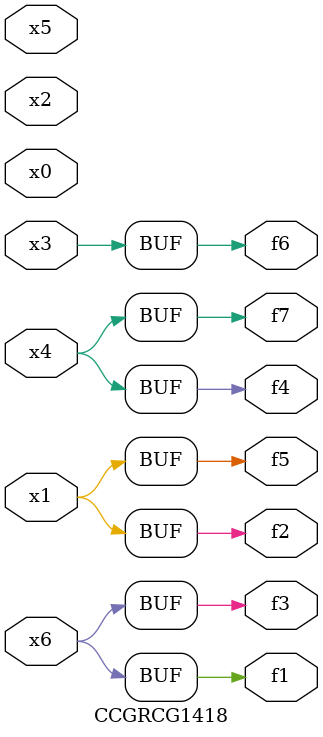
<source format=v>
module CCGRCG1418(
	input x0, x1, x2, x3, x4, x5, x6,
	output f1, f2, f3, f4, f5, f6, f7
);
	assign f1 = x6;
	assign f2 = x1;
	assign f3 = x6;
	assign f4 = x4;
	assign f5 = x1;
	assign f6 = x3;
	assign f7 = x4;
endmodule

</source>
